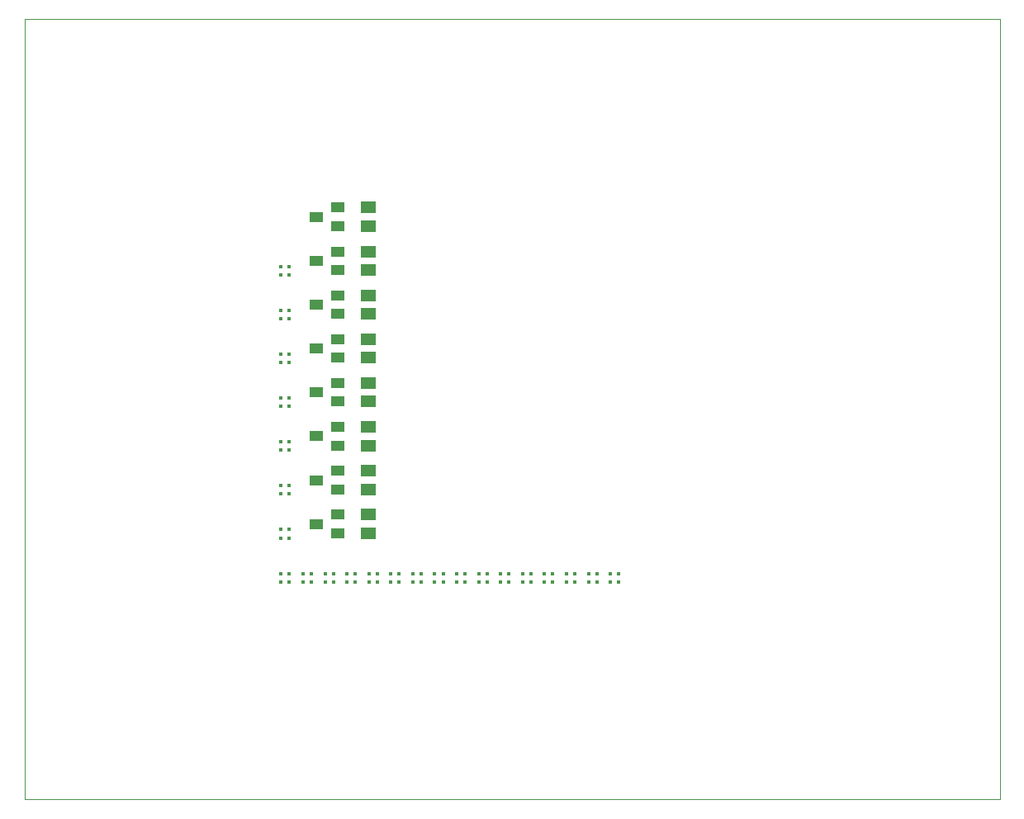
<source format=gtp>
G75*
%MOIN*%
%OFA0B0*%
%FSLAX25Y25*%
%IPPOS*%
%LPD*%
%AMOC8*
5,1,8,0,0,1.08239X$1,22.5*
%
%ADD10C,0.00000*%
%ADD11R,0.01772X0.01772*%
%ADD12R,0.05512X0.03937*%
%ADD13R,0.06299X0.05118*%
D10*
X0001000Y0001000D02*
X0001000Y0315961D01*
X0394701Y0315961D01*
X0394701Y0001000D01*
X0001000Y0001000D01*
D11*
X0104642Y0088894D03*
X0104642Y0092240D03*
X0107988Y0092240D03*
X0107988Y0088894D03*
X0113500Y0088894D03*
X0113500Y0092240D03*
X0116846Y0092240D03*
X0116846Y0088894D03*
X0122358Y0088894D03*
X0122358Y0092240D03*
X0125705Y0092240D03*
X0125705Y0088894D03*
X0131217Y0088894D03*
X0134563Y0088894D03*
X0134563Y0092240D03*
X0131217Y0092240D03*
X0140075Y0092240D03*
X0143421Y0092240D03*
X0143421Y0088894D03*
X0140075Y0088894D03*
X0148933Y0088894D03*
X0148933Y0092240D03*
X0152280Y0092240D03*
X0152280Y0088894D03*
X0157791Y0088894D03*
X0157791Y0092240D03*
X0161138Y0092240D03*
X0161138Y0088894D03*
X0166650Y0088894D03*
X0169996Y0088894D03*
X0169996Y0092240D03*
X0166650Y0092240D03*
X0175508Y0092240D03*
X0175508Y0088894D03*
X0178854Y0088894D03*
X0178854Y0092240D03*
X0184366Y0092240D03*
X0184366Y0088894D03*
X0187713Y0088894D03*
X0187713Y0092240D03*
X0193224Y0092240D03*
X0193224Y0088894D03*
X0196571Y0088894D03*
X0196571Y0092240D03*
X0202083Y0092240D03*
X0205429Y0092240D03*
X0205429Y0088894D03*
X0202083Y0088894D03*
X0210941Y0088894D03*
X0210941Y0092240D03*
X0214287Y0092240D03*
X0214287Y0088894D03*
X0219799Y0088894D03*
X0219799Y0092240D03*
X0223146Y0092240D03*
X0223146Y0088894D03*
X0228657Y0088894D03*
X0228657Y0092240D03*
X0232004Y0092240D03*
X0232004Y0088894D03*
X0237516Y0088894D03*
X0237516Y0092240D03*
X0240862Y0092240D03*
X0240862Y0088894D03*
X0107988Y0106610D03*
X0104642Y0106610D03*
X0104642Y0109957D03*
X0107988Y0109957D03*
X0107988Y0124327D03*
X0107988Y0127673D03*
X0104642Y0127673D03*
X0104642Y0124327D03*
X0104642Y0142043D03*
X0107988Y0142043D03*
X0107988Y0145390D03*
X0104642Y0145390D03*
X0104642Y0159760D03*
X0107988Y0159760D03*
X0107988Y0163106D03*
X0104642Y0163106D03*
X0104642Y0177476D03*
X0107988Y0177476D03*
X0107988Y0180823D03*
X0104642Y0180823D03*
X0104642Y0195193D03*
X0107988Y0195193D03*
X0107988Y0198539D03*
X0104642Y0198539D03*
X0104642Y0212909D03*
X0107988Y0212909D03*
X0107988Y0216256D03*
X0104642Y0216256D03*
D12*
X0118717Y0218520D03*
X0127378Y0222260D03*
X0127378Y0214780D03*
X0127378Y0204543D03*
X0127378Y0197063D03*
X0118717Y0200803D03*
X0127378Y0186827D03*
X0127378Y0179346D03*
X0118717Y0183087D03*
X0127378Y0169110D03*
X0118717Y0165370D03*
X0127378Y0161630D03*
X0127378Y0151394D03*
X0127378Y0143913D03*
X0118717Y0147654D03*
X0127378Y0133677D03*
X0118717Y0129937D03*
X0127378Y0126197D03*
X0127378Y0115961D03*
X0127378Y0108480D03*
X0118717Y0112220D03*
X0127378Y0232496D03*
X0127378Y0239976D03*
X0118717Y0236236D03*
D13*
X0139780Y0232496D03*
X0139780Y0239976D03*
X0139780Y0222260D03*
X0139780Y0214780D03*
X0139780Y0204543D03*
X0139780Y0197063D03*
X0139780Y0186827D03*
X0139780Y0179346D03*
X0139780Y0169110D03*
X0139780Y0161630D03*
X0139780Y0151394D03*
X0139780Y0143913D03*
X0139780Y0133677D03*
X0139780Y0126197D03*
X0139780Y0115961D03*
X0139780Y0108480D03*
M02*

</source>
